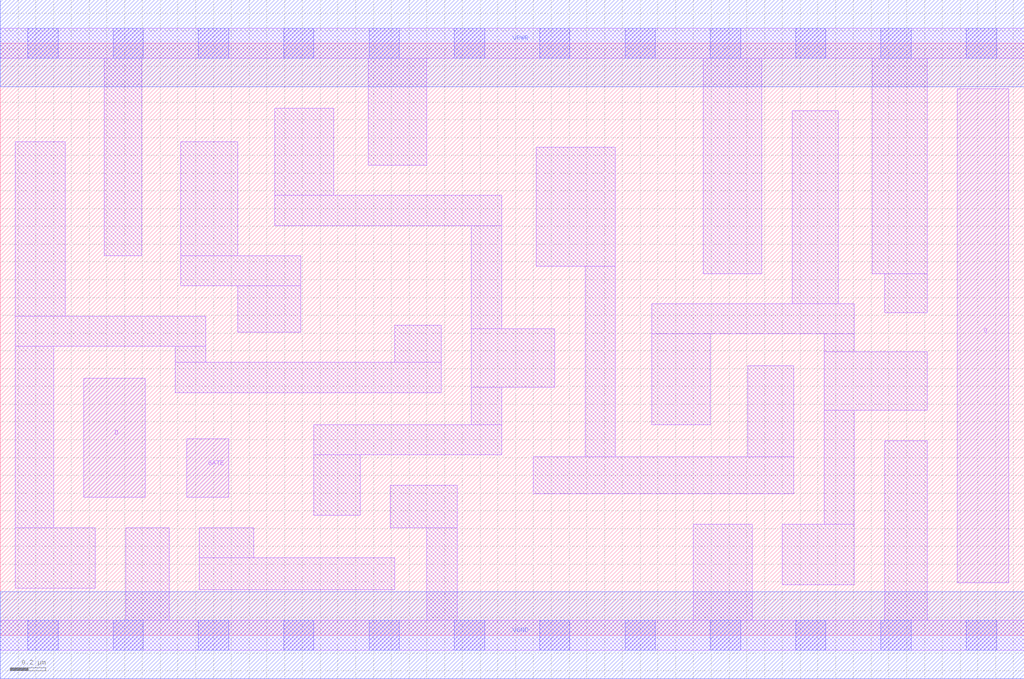
<source format=lef>
# Copyright 2020 The SkyWater PDK Authors
#
# Licensed under the Apache License, Version 2.0 (the "License");
# you may not use this file except in compliance with the License.
# You may obtain a copy of the License at
#
#     https://www.apache.org/licenses/LICENSE-2.0
#
# Unless required by applicable law or agreed to in writing, software
# distributed under the License is distributed on an "AS IS" BASIS,
# WITHOUT WARRANTIES OR CONDITIONS OF ANY KIND, either express or implied.
# See the License for the specific language governing permissions and
# limitations under the License.
#
# SPDX-License-Identifier: Apache-2.0

VERSION 5.7 ;
  NOWIREEXTENSIONATPIN ON ;
  DIVIDERCHAR "/" ;
  BUSBITCHARS "[]" ;
UNITS
  DATABASE MICRONS 200 ;
END UNITS
MACRO sky130_fd_sc_lp__dlxtp_1
  CLASS CORE ;
  FOREIGN sky130_fd_sc_lp__dlxtp_1 ;
  ORIGIN  0.000000  0.000000 ;
  SIZE  5.760000 BY  3.330000 ;
  SYMMETRY X Y R90 ;
  SITE unit ;
  PIN D
    ANTENNAGATEAREA  0.159000 ;
    DIRECTION INPUT ;
    USE SIGNAL ;
    PORT
      LAYER li1 ;
        RECT 0.470000 0.775000 0.815000 1.445000 ;
    END
  END D
  PIN Q
    ANTENNADIFFAREA  0.556500 ;
    DIRECTION OUTPUT ;
    USE SIGNAL ;
    PORT
      LAYER li1 ;
        RECT 5.385000 0.295000 5.675000 3.075000 ;
    END
  END Q
  PIN GATE
    ANTENNAGATEAREA  0.159000 ;
    DIRECTION INPUT ;
    USE CLOCK ;
    PORT
      LAYER li1 ;
        RECT 1.050000 0.775000 1.285000 1.105000 ;
    END
  END GATE
  PIN VGND
    DIRECTION INOUT ;
    USE GROUND ;
    PORT
      LAYER met1 ;
        RECT 0.000000 -0.245000 5.760000 0.245000 ;
    END
  END VGND
  PIN VPWR
    DIRECTION INOUT ;
    USE POWER ;
    PORT
      LAYER met1 ;
        RECT 0.000000 3.085000 5.760000 3.575000 ;
    END
  END VPWR
  OBS
    LAYER li1 ;
      RECT 0.000000 -0.085000 5.760000 0.085000 ;
      RECT 0.000000  3.245000 5.760000 3.415000 ;
      RECT 0.085000  0.265000 0.535000 0.605000 ;
      RECT 0.085000  0.605000 0.300000 1.625000 ;
      RECT 0.085000  1.625000 1.155000 1.795000 ;
      RECT 0.085000  1.795000 0.365000 2.775000 ;
      RECT 0.585000  2.135000 0.795000 3.245000 ;
      RECT 0.705000  0.085000 0.950000 0.605000 ;
      RECT 0.985000  1.365000 2.480000 1.535000 ;
      RECT 0.985000  1.535000 1.155000 1.625000 ;
      RECT 1.015000  1.965000 1.690000 2.135000 ;
      RECT 1.015000  2.135000 1.335000 2.775000 ;
      RECT 1.120000  0.255000 2.220000 0.435000 ;
      RECT 1.120000  0.435000 1.425000 0.605000 ;
      RECT 1.335000  1.705000 1.690000 1.965000 ;
      RECT 1.545000  2.305000 2.820000 2.475000 ;
      RECT 1.545000  2.475000 1.875000 2.965000 ;
      RECT 1.765000  0.675000 2.025000 1.015000 ;
      RECT 1.765000  1.015000 2.820000 1.185000 ;
      RECT 2.070000  2.645000 2.400000 3.245000 ;
      RECT 2.195000  0.605000 2.570000 0.845000 ;
      RECT 2.220000  1.535000 2.480000 1.745000 ;
      RECT 2.400000  0.085000 2.570000 0.605000 ;
      RECT 2.650000  1.185000 2.820000 1.395000 ;
      RECT 2.650000  1.395000 3.120000 1.725000 ;
      RECT 2.650000  1.725000 2.820000 2.305000 ;
      RECT 3.000000  0.795000 4.465000 1.005000 ;
      RECT 3.015000  2.075000 3.460000 2.745000 ;
      RECT 3.290000  1.005000 3.460000 2.075000 ;
      RECT 3.665000  1.185000 3.995000 1.695000 ;
      RECT 3.665000  1.695000 4.805000 1.865000 ;
      RECT 3.900000  0.085000 4.230000 0.625000 ;
      RECT 3.955000  2.035000 4.285000 3.245000 ;
      RECT 4.205000  1.005000 4.465000 1.515000 ;
      RECT 4.400000  0.285000 4.805000 0.625000 ;
      RECT 4.455000  1.865000 4.715000 2.950000 ;
      RECT 4.635000  0.625000 4.805000 1.265000 ;
      RECT 4.635000  1.265000 5.215000 1.595000 ;
      RECT 4.635000  1.595000 4.805000 1.695000 ;
      RECT 4.905000  2.035000 5.215000 3.245000 ;
      RECT 4.975000  0.085000 5.215000 1.095000 ;
      RECT 4.975000  1.815000 5.215000 2.035000 ;
    LAYER mcon ;
      RECT 0.155000 -0.085000 0.325000 0.085000 ;
      RECT 0.155000  3.245000 0.325000 3.415000 ;
      RECT 0.635000 -0.085000 0.805000 0.085000 ;
      RECT 0.635000  3.245000 0.805000 3.415000 ;
      RECT 1.115000 -0.085000 1.285000 0.085000 ;
      RECT 1.115000  3.245000 1.285000 3.415000 ;
      RECT 1.595000 -0.085000 1.765000 0.085000 ;
      RECT 1.595000  3.245000 1.765000 3.415000 ;
      RECT 2.075000 -0.085000 2.245000 0.085000 ;
      RECT 2.075000  3.245000 2.245000 3.415000 ;
      RECT 2.555000 -0.085000 2.725000 0.085000 ;
      RECT 2.555000  3.245000 2.725000 3.415000 ;
      RECT 3.035000 -0.085000 3.205000 0.085000 ;
      RECT 3.035000  3.245000 3.205000 3.415000 ;
      RECT 3.515000 -0.085000 3.685000 0.085000 ;
      RECT 3.515000  3.245000 3.685000 3.415000 ;
      RECT 3.995000 -0.085000 4.165000 0.085000 ;
      RECT 3.995000  3.245000 4.165000 3.415000 ;
      RECT 4.475000 -0.085000 4.645000 0.085000 ;
      RECT 4.475000  3.245000 4.645000 3.415000 ;
      RECT 4.955000 -0.085000 5.125000 0.085000 ;
      RECT 4.955000  3.245000 5.125000 3.415000 ;
      RECT 5.435000 -0.085000 5.605000 0.085000 ;
      RECT 5.435000  3.245000 5.605000 3.415000 ;
  END
END sky130_fd_sc_lp__dlxtp_1
END LIBRARY

</source>
